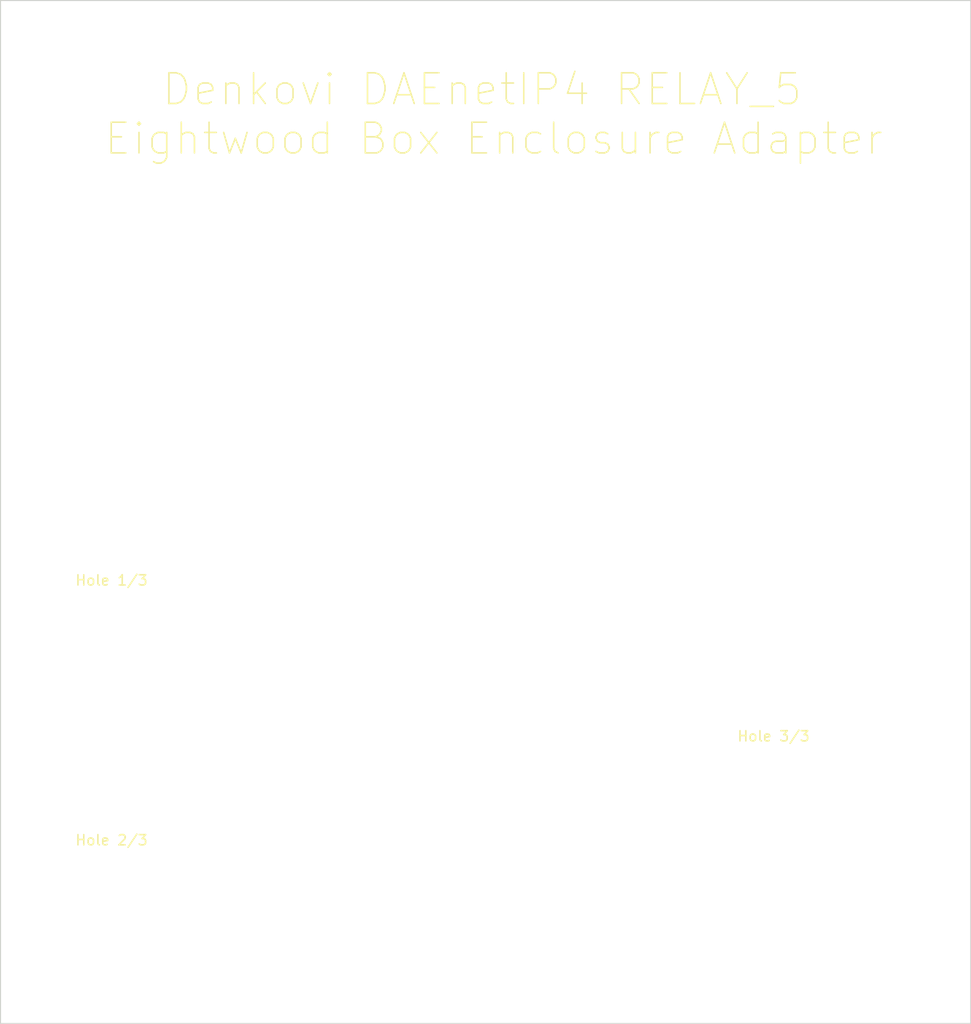
<source format=kicad_pcb>
(kicad_pcb (version 20211014) (generator pcbnew)
  (layers (0 "F.Cu" signal) (31 "B.Cu" signal) (34 "B.Paste" user) (35 "F.Paste" user) (36 "B.SilkS" user "B.Silkscreen") (37 "F.SilkS" user "F.Silkscreen") (38 "B.Mask" user) (39 "F.Mask" user) (44 "Edge.Cuts" user))
  (net 0 "")
  (footprint "MountingHole:MountingHole_3.2mm_M3" (layer "F.Cu") (at 131.51 123.44)
    (fp_text reference "Hole 3/3" (at 0 -4.2) (layer "F.SilkS"))
    (fp_text value "MountingHole_3.2mm_M3")
    (pad "" np_thru_hole circle locked (at 0 0) (size 3.2 3.2) (drill 3.2) (layers *.Cu *.Mask))
  )
  (footprint "MountingHole:MountingHole_3.2mm_M3" (layer "F.Cu") (at 66.74 133.6)
    (fp_text reference "Hole 2/3" (at 0 -4.2) (layer "F.SilkS"))
    (fp_text value "MountingHole_3.2mm_M3")
    (pad "" np_thru_hole circle locked (at 0 0) (size 3.2 3.2) (drill 3.2) (layers *.Cu *.Mask))
  )
  (footprint "MountingHole:MountingHole_3.2mm_M3" (layer "F.Cu") (at 66.74 108.2)
    (fp_text reference "Hole 1/3" (at 0 -4.2) (layer "F.SilkS"))
    (fp_text value "MountingHole_3.2mm_M3")
    (pad "" np_thru_hole circle locked (at 0 0) (size 3.2 3.2) (drill 3.2) (layers *.Cu *.Mask))
  )
  (gr_line (start 55.88 147.32) (end 150.8 147.32) (layer "Edge.Cuts") (width 0.1))
  (gr_line (start 150.8 47.32) (end 150.8 147.32) (layer "Edge.Cuts") (width 0.1))
  (gr_line locked (start 55.88 147.32) (end 55.88 47.32) (layer "Edge.Cuts") (width 0.1))
  (gr_line (start 55.88 47.32) (end 150.8 47.32) (layer "Edge.Cuts") (width 0.1))
  (gr_text "Denkovi DAEnetIP4 RELAY_5 \nEightwood Box Enclosure Adapter" (at 104.14 58.42) (layer "F.SilkS") (effects (font (size 3 3))))
)
</source>
